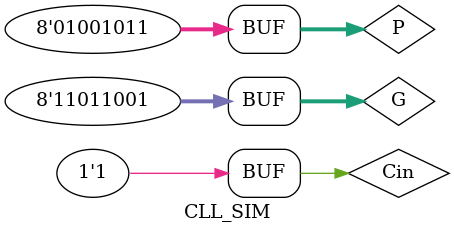
<source format=v>
`timescale 1ns / 1ps
module CLL_SIM();
parameter bits = 8;

reg Cin;
reg [bits-1:0] P,G;
wire [bits-1:0] Cout;

CLL UUT(
.Cin(Cin),
.P(P),
.G(G),

.Cout(Cout)
);


initial begin
/*
//Testing 4-bit configuration
{Cin, P, G} = 9'h0_B_A;
# 5 {Cin, P, G} = 9'h1_7_A;
# 5 {Cin, P, G} = 9'h1_C_D;
# 5 {Cin, P, G} = 9'h1_2_9;
*/


//Testing 8-bit configuration
{Cin, P, G} = 17'h0_AB_CD;
#5 {Cin, P, G} = 17'h0_FA_4B;
#5 {Cin, P, G} = 17'h1_BC_AF;
#5 {Cin, P, G} = 17'h1_4B_D9;



end



endmodule
</source>
